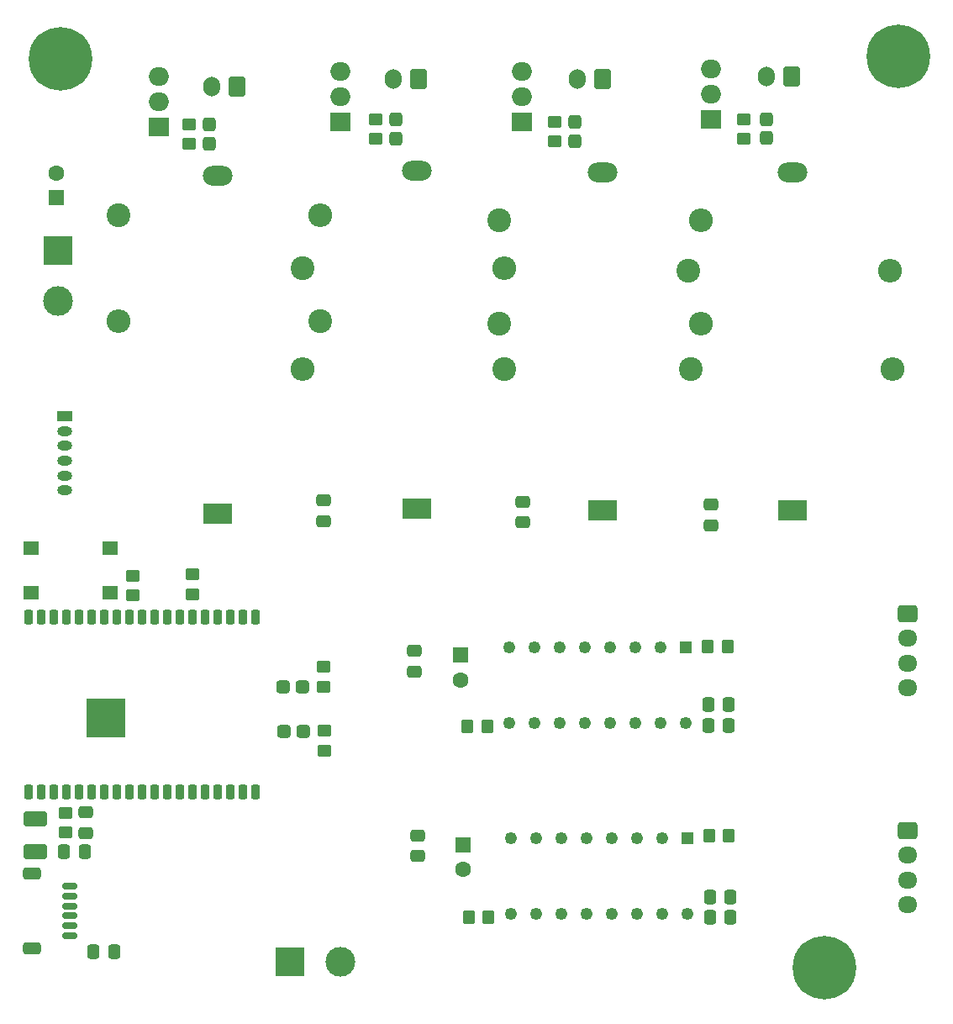
<source format=gts>
%TF.GenerationSoftware,KiCad,Pcbnew,(6.0.2)*%
%TF.CreationDate,2022-05-10T14:08:15+02:00*%
%TF.ProjectId,shake-it-machine_pcb,7368616b-652d-4697-942d-6d616368696e,rev?*%
%TF.SameCoordinates,PXfad696c0PYf0f76bc2*%
%TF.FileFunction,Soldermask,Top*%
%TF.FilePolarity,Negative*%
%FSLAX46Y46*%
G04 Gerber Fmt 4.6, Leading zero omitted, Abs format (unit mm)*
G04 Created by KiCad (PCBNEW (6.0.2)) date 2022-05-10 14:08:15*
%MOMM*%
%LPD*%
G01*
G04 APERTURE LIST*
G04 Aperture macros list*
%AMRoundRect*
0 Rectangle with rounded corners*
0 $1 Rounding radius*
0 $2 $3 $4 $5 $6 $7 $8 $9 X,Y pos of 4 corners*
0 Add a 4 corners polygon primitive as box body*
4,1,4,$2,$3,$4,$5,$6,$7,$8,$9,$2,$3,0*
0 Add four circle primitives for the rounded corners*
1,1,$1+$1,$2,$3*
1,1,$1+$1,$4,$5*
1,1,$1+$1,$6,$7*
1,1,$1+$1,$8,$9*
0 Add four rect primitives between the rounded corners*
20,1,$1+$1,$2,$3,$4,$5,0*
20,1,$1+$1,$4,$5,$6,$7,0*
20,1,$1+$1,$6,$7,$8,$9,0*
20,1,$1+$1,$8,$9,$2,$3,0*%
G04 Aperture macros list end*
%ADD10R,1.248000X1.248000*%
%ADD11C,1.248000*%
%ADD12RoundRect,0.250000X0.600000X0.750000X-0.600000X0.750000X-0.600000X-0.750000X0.600000X-0.750000X0*%
%ADD13O,1.700000X2.000000*%
%ADD14RoundRect,0.250000X-0.337500X-0.475000X0.337500X-0.475000X0.337500X0.475000X-0.337500X0.475000X0*%
%ADD15RoundRect,0.249999X0.400001X-0.412501X0.400001X0.412501X-0.400001X0.412501X-0.400001X-0.412501X0*%
%ADD16RoundRect,0.249999X0.450001X-0.350001X0.450001X0.350001X-0.450001X0.350001X-0.450001X-0.350001X0*%
%ADD17R,3.000000X2.000000*%
%ADD18O,3.000000X2.000000*%
%ADD19R,2.000000X1.905000*%
%ADD20O,2.000000X1.905000*%
%ADD21R,1.600000X1.600000*%
%ADD22C,1.600000*%
%ADD23RoundRect,0.250000X-0.475000X0.337500X-0.475000X-0.337500X0.475000X-0.337500X0.475000X0.337500X0*%
%ADD24RoundRect,0.250000X-0.925000X0.500000X-0.925000X-0.500000X0.925000X-0.500000X0.925000X0.500000X0*%
%ADD25RoundRect,0.250000X0.475000X-0.337500X0.475000X0.337500X-0.475000X0.337500X-0.475000X-0.337500X0*%
%ADD26RoundRect,0.250000X-0.725000X0.600000X-0.725000X-0.600000X0.725000X-0.600000X0.725000X0.600000X0*%
%ADD27O,1.950000X1.700000*%
%ADD28RoundRect,0.150000X-0.625000X0.150000X-0.625000X-0.150000X0.625000X-0.150000X0.625000X0.150000X0*%
%ADD29RoundRect,0.249999X-0.650001X0.350001X-0.650001X-0.350001X0.650001X-0.350001X0.650001X0.350001X0*%
%ADD30RoundRect,0.249600X-0.650400X0.350400X-0.650400X-0.350400X0.650400X-0.350400X0.650400X0.350400X0*%
%ADD31RoundRect,0.249999X0.350001X0.450001X-0.350001X0.450001X-0.350001X-0.450001X0.350001X-0.450001X0*%
%ADD32RoundRect,0.249999X-0.450001X0.350001X-0.450001X-0.350001X0.450001X-0.350001X0.450001X0.350001X0*%
%ADD33RoundRect,0.249999X-0.350001X-0.450001X0.350001X-0.450001X0.350001X0.450001X-0.350001X0.450001X0*%
%ADD34R,1.600000X1.400000*%
%ADD35RoundRect,0.213900X0.251100X-0.511100X0.251100X0.511100X-0.251100X0.511100X-0.251100X-0.511100X0*%
%ADD36R,4.000000X4.000000*%
%ADD37RoundRect,0.249999X0.412501X0.400001X-0.412501X0.400001X-0.412501X-0.400001X0.412501X-0.400001X0*%
%ADD38R,3.000000X3.000000*%
%ADD39C,3.000000*%
%ADD40R,1.500000X1.000000*%
%ADD41O,1.500000X1.000000*%
%ADD42C,0.800000*%
%ADD43C,6.400000*%
%ADD44C,2.400000*%
%ADD45O,2.400000X2.400000*%
G04 APERTURE END LIST*
D10*
%TO.C,U1*%
X67296000Y35942522D03*
D11*
X64756000Y35942522D03*
X62216000Y35942522D03*
X59676000Y35942522D03*
X57136000Y35942522D03*
X54596000Y35942522D03*
X52056000Y35942522D03*
X49516000Y35942522D03*
X49516000Y28322522D03*
X52056000Y28322522D03*
X54596000Y28322522D03*
X57136000Y28322522D03*
X59676000Y28322522D03*
X62216000Y28322522D03*
X64756000Y28322522D03*
X67296000Y28322522D03*
%TD*%
D12*
%TO.C,J9*%
X77964000Y93473522D03*
D13*
X75464000Y93473522D03*
%TD*%
D14*
%TO.C,C7*%
X69763700Y8764522D03*
X71838700Y8764522D03*
%TD*%
D15*
%TO.C,D11*%
X75424000Y87230522D03*
X75424000Y89155522D03*
%TD*%
%TO.C,D12*%
X56120000Y86923022D03*
X56120000Y88848022D03*
%TD*%
%TO.C,D13*%
X38086000Y87177022D03*
X38086000Y89102022D03*
%TD*%
%TO.C,D14*%
X19290000Y86669022D03*
X19290000Y88594022D03*
%TD*%
D16*
%TO.C,R38*%
X73138000Y87139522D03*
X73138000Y89139522D03*
%TD*%
%TO.C,R39*%
X54088000Y86885522D03*
X54088000Y88885522D03*
%TD*%
%TO.C,R40*%
X36054000Y87139522D03*
X36054000Y89139522D03*
%TD*%
%TO.C,R41*%
X17258000Y86631522D03*
X17258000Y88631522D03*
%TD*%
D17*
%TO.C,F1*%
X78091000Y49785522D03*
D18*
X78091000Y83803522D03*
%TD*%
D17*
%TO.C,F2*%
X58914000Y49785522D03*
D18*
X58914000Y83803522D03*
%TD*%
D17*
%TO.C,F3*%
X40245000Y49912522D03*
D18*
X40245000Y83930522D03*
%TD*%
D17*
%TO.C,F4*%
X20179000Y49404522D03*
D18*
X20179000Y83422522D03*
%TD*%
D19*
%TO.C,Q20*%
X14210000Y88393522D03*
D20*
X14210000Y90933522D03*
X14210000Y93473522D03*
%TD*%
D12*
%TO.C,J8*%
X58914000Y93219522D03*
D13*
X56414000Y93219522D03*
%TD*%
D16*
%TO.C,R4*%
X30847000Y31996122D03*
X30847000Y33996122D03*
%TD*%
D14*
%TO.C,C1*%
X69585900Y28093922D03*
X71660900Y28093922D03*
%TD*%
D21*
%TO.C,C2*%
X44893200Y16054322D03*
D22*
X44893200Y13554322D03*
%TD*%
D23*
%TO.C,C3*%
X39965600Y35583022D03*
X39965600Y33508022D03*
%TD*%
D14*
%TO.C,C4*%
X69585900Y30202122D03*
X71660900Y30202122D03*
%TD*%
%TO.C,C5*%
X69763700Y10796522D03*
X71838700Y10796522D03*
%TD*%
D23*
%TO.C,C6*%
X40346600Y17015622D03*
X40346600Y14940622D03*
%TD*%
D21*
%TO.C,C8*%
X44613800Y35180522D03*
D22*
X44613800Y32680522D03*
%TD*%
D14*
%TO.C,C17*%
X7635300Y5335522D03*
X9710300Y5335522D03*
%TD*%
D24*
%TO.C,C18*%
X1764000Y18644522D03*
X1764000Y15394522D03*
%TD*%
D14*
%TO.C,C19*%
X4688900Y15368522D03*
X6763900Y15368522D03*
%TD*%
D25*
%TO.C,C20*%
X6844000Y17252022D03*
X6844000Y19327022D03*
%TD*%
D26*
%TO.C,J2*%
X89648000Y39371522D03*
D27*
X89648000Y36871522D03*
X89648000Y34371522D03*
X89648000Y31871522D03*
%TD*%
D26*
%TO.C,J3*%
X89648000Y17527522D03*
D27*
X89648000Y15027522D03*
X89648000Y12527522D03*
X89648000Y10027522D03*
%TD*%
D12*
%TO.C,J5*%
X22084000Y92457522D03*
D13*
X19584000Y92457522D03*
%TD*%
D28*
%TO.C,J6*%
X5288000Y11899522D03*
X5288000Y10899522D03*
X5288000Y9899522D03*
X5288000Y8899522D03*
X5288000Y7899522D03*
X5288000Y6899522D03*
D29*
X1413000Y5599522D03*
D30*
X1413000Y13199522D03*
%TD*%
D12*
%TO.C,J7*%
X40372000Y93219522D03*
D13*
X37872000Y93219522D03*
%TD*%
D19*
%TO.C,Q9*%
X69836000Y89155522D03*
D20*
X69836000Y91695522D03*
X69836000Y94235522D03*
%TD*%
D19*
%TO.C,Q10*%
X50786000Y88901522D03*
D20*
X50786000Y91441522D03*
X50786000Y93981522D03*
%TD*%
D19*
%TO.C,Q19*%
X32498000Y88901522D03*
D20*
X32498000Y91441522D03*
X32498000Y93981522D03*
%TD*%
D31*
%TO.C,R1*%
X71521800Y36018722D03*
X69521800Y36018722D03*
%TD*%
D32*
%TO.C,R2*%
X11619200Y43165522D03*
X11619200Y41165522D03*
%TD*%
D16*
%TO.C,R5*%
X4812000Y17289522D03*
X4812000Y19289522D03*
%TD*%
D32*
%TO.C,R6*%
X17639000Y43276522D03*
X17639000Y41276522D03*
%TD*%
D33*
%TO.C,R12*%
X45315600Y28017722D03*
X47315600Y28017722D03*
%TD*%
D31*
%TO.C,R24*%
X71674200Y16994122D03*
X69674200Y16994122D03*
%TD*%
D33*
%TO.C,R25*%
X45442600Y8739122D03*
X47442600Y8739122D03*
%TD*%
D10*
%TO.C,U2*%
X67473800Y16740122D03*
D11*
X64933800Y16740122D03*
X62393800Y16740122D03*
X59853800Y16740122D03*
X57313800Y16740122D03*
X54773800Y16740122D03*
X52233800Y16740122D03*
X49693800Y16740122D03*
X49693800Y9120122D03*
X52233800Y9120122D03*
X54773800Y9120122D03*
X57313800Y9120122D03*
X59853800Y9120122D03*
X62393800Y9120122D03*
X64933800Y9120122D03*
X67473800Y9120122D03*
%TD*%
D34*
%TO.C,SW1*%
X9320000Y41439522D03*
X1320000Y41439522D03*
X9320000Y45939522D03*
X1320000Y45939522D03*
%TD*%
D32*
%TO.C,R3*%
X30897800Y27544522D03*
X30897800Y25544522D03*
%TD*%
D35*
%TO.C,A1*%
X1124000Y21417522D03*
X2394000Y21417522D03*
X3664000Y21417522D03*
X4934000Y21417522D03*
X6204000Y21417522D03*
X7474000Y21417522D03*
X8744000Y21417522D03*
X10014000Y21417522D03*
X11284000Y21417522D03*
X12554000Y21417522D03*
X13824000Y21417522D03*
X15094000Y21417522D03*
X16364000Y21417522D03*
X17634000Y21417522D03*
X18904000Y21417522D03*
X20174000Y21417522D03*
X21444000Y21417522D03*
X22714000Y21417522D03*
X23984000Y21417522D03*
X23984000Y39037522D03*
X22714000Y39037522D03*
X21444000Y39037522D03*
X20174000Y39037522D03*
X18904000Y39037522D03*
X17634000Y39037522D03*
X16364000Y39037522D03*
X15094000Y39037522D03*
X13824000Y39037522D03*
X12554000Y39037522D03*
X11284000Y39037522D03*
X10014000Y39037522D03*
X8744000Y39037522D03*
X7474000Y39037522D03*
X6204000Y39037522D03*
X4934000Y39037522D03*
X3664000Y39037522D03*
X2394000Y39037522D03*
X1124000Y39037522D03*
D36*
X8914000Y28847522D03*
%TD*%
D37*
%TO.C,D1*%
X28761500Y27484322D03*
X26836500Y27484322D03*
%TD*%
%TO.C,D2*%
X28685300Y32005522D03*
X26760300Y32005522D03*
%TD*%
D38*
%TO.C,J1*%
X4075400Y75922122D03*
D39*
X4075400Y70842122D03*
%TD*%
D25*
%TO.C,C12*%
X30847000Y48671822D03*
X30847000Y50746822D03*
%TD*%
D21*
%TO.C,C16*%
X3923000Y81205322D03*
D22*
X3923000Y83705322D03*
%TD*%
D25*
%TO.C,C13*%
X50862200Y48544822D03*
X50862200Y50619822D03*
%TD*%
%TO.C,C11*%
X69836000Y48240022D03*
X69836000Y50315022D03*
%TD*%
D40*
%TO.C,J10*%
X4761200Y59241322D03*
D41*
X4761200Y57741322D03*
X4761200Y56241322D03*
X4761200Y54741322D03*
X4761200Y53241322D03*
X4761200Y51741322D03*
%TD*%
D38*
%TO.C,J4*%
X27418000Y4319522D03*
D39*
X32498000Y4319522D03*
%TD*%
D42*
%TO.C,H2*%
X86359000Y95494000D03*
D43*
X88759000Y95494000D03*
D42*
X90456056Y93796944D03*
X87061944Y97191056D03*
X88759000Y93094000D03*
X87061944Y93796944D03*
X88759000Y97894000D03*
X90456056Y97191056D03*
X91159000Y95494000D03*
%TD*%
%TO.C,H3*%
X6001056Y96937056D03*
X2606944Y93542944D03*
X4304000Y97640000D03*
X1904000Y95240000D03*
D43*
X4304000Y95240000D03*
D42*
X2606944Y96937056D03*
X4304000Y92840000D03*
X6704000Y95240000D03*
X6001056Y93542944D03*
%TD*%
%TO.C,H4*%
X81266000Y1273000D03*
X81266000Y6073000D03*
X82963056Y5370056D03*
X79568944Y5370056D03*
X82963056Y1975944D03*
X78866000Y3673000D03*
X79568944Y1975944D03*
D43*
X81266000Y3673000D03*
D42*
X83666000Y3673000D03*
%TD*%
D44*
%TO.C,R18*%
X67804000Y64009522D03*
D45*
X88124000Y64009522D03*
%TD*%
D44*
%TO.C,R20*%
X67550000Y73915522D03*
D45*
X87870000Y73915522D03*
%TD*%
D44*
%TO.C,R34*%
X49008000Y64009522D03*
D45*
X28688000Y64009522D03*
%TD*%
D44*
%TO.C,R36*%
X28688000Y74169522D03*
D45*
X49008000Y74169522D03*
%TD*%
D44*
%TO.C,R37*%
X10146000Y79503522D03*
D45*
X30466000Y79503522D03*
%TD*%
D44*
%TO.C,R35*%
X30466000Y68835522D03*
D45*
X10146000Y68835522D03*
%TD*%
D44*
%TO.C,R21*%
X48500000Y78995522D03*
D45*
X68820000Y78995522D03*
%TD*%
D44*
%TO.C,R19*%
X48500000Y68581522D03*
D45*
X68820000Y68581522D03*
%TD*%
M02*

</source>
